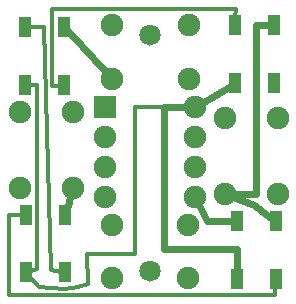
<source format=gtl>
G04 MADE WITH FRITZING*
G04 WWW.FRITZING.ORG*
G04 DOUBLE SIDED*
G04 HOLES PLATED*
G04 CONTOUR ON CENTER OF CONTOUR VECTOR*
%ASAXBY*%
%FSLAX23Y23*%
%MOIN*%
%OFA0B0*%
%SFA1.0B1.0*%
%ADD10C,0.071181*%
%ADD11C,0.075000*%
%ADD12R,0.075000X0.075000*%
%ADD13R,0.040236X0.067069*%
%ADD14R,0.040222X0.067069*%
%ADD15R,0.040236X0.067083*%
%ADD16R,0.040222X0.067056*%
%ADD17C,0.024000*%
%ADD18C,0.012000*%
%LNCOPPER1*%
G90*
G70*
G54D10*
X495Y95D03*
X495Y882D03*
X495Y95D03*
X495Y882D03*
X495Y95D03*
X495Y882D03*
G54D11*
X344Y640D03*
X644Y640D03*
X344Y540D03*
X644Y540D03*
X344Y440D03*
X644Y440D03*
X344Y340D03*
X644Y340D03*
X743Y349D03*
X743Y605D03*
X921Y349D03*
X921Y605D03*
X59Y369D03*
X59Y625D03*
X236Y369D03*
X236Y625D03*
X621Y71D03*
X366Y71D03*
X621Y248D03*
X366Y248D03*
X367Y913D03*
X623Y913D03*
X367Y735D03*
X623Y735D03*
G54D12*
X344Y640D03*
G54D13*
X777Y913D03*
G54D14*
X907Y913D03*
G54D15*
X777Y720D03*
G54D16*
X907Y720D03*
G54D13*
X782Y259D03*
G54D14*
X912Y259D03*
G54D15*
X782Y66D03*
G54D16*
X912Y66D03*
G54D13*
X81Y282D03*
G54D14*
X211Y282D03*
G54D15*
X81Y89D03*
G54D16*
X211Y89D03*
G54D13*
X77Y906D03*
G54D14*
X207Y907D03*
G54D15*
X77Y714D03*
G54D16*
X207Y714D03*
G54D17*
X685Y260D02*
X657Y314D01*
D02*
X768Y259D02*
X685Y260D01*
G54D18*
D02*
X23Y282D02*
X23Y14D01*
D02*
X23Y14D02*
X910Y14D01*
D02*
X910Y14D02*
X911Y38D01*
D02*
X67Y282D02*
X23Y282D01*
D02*
X139Y907D02*
X162Y98D01*
D02*
X92Y907D02*
X139Y907D01*
D02*
X162Y98D02*
X197Y92D01*
D02*
X167Y967D02*
X167Y709D01*
D02*
X167Y709D02*
X192Y712D01*
D02*
X778Y941D02*
X779Y967D01*
D02*
X779Y967D02*
X167Y967D01*
G54D17*
D02*
X228Y341D02*
X219Y310D01*
D02*
X839Y314D02*
X898Y270D01*
D02*
X770Y339D02*
X839Y314D01*
D02*
X347Y756D02*
X222Y891D01*
D02*
X848Y913D02*
X892Y913D01*
D02*
X848Y349D02*
X848Y913D01*
D02*
X772Y349D02*
X848Y349D01*
D02*
X541Y168D02*
X782Y168D01*
D02*
X541Y640D02*
X541Y168D01*
D02*
X615Y640D02*
X541Y640D01*
D02*
X782Y168D02*
X782Y94D01*
D02*
X762Y711D02*
X668Y655D01*
G54D18*
D02*
X118Y100D02*
X96Y93D01*
D02*
X118Y714D02*
X118Y100D01*
D02*
X92Y714D02*
X118Y714D01*
D02*
X442Y640D02*
X621Y640D01*
D02*
X287Y52D02*
X283Y151D01*
D02*
X442Y151D02*
X442Y640D01*
D02*
X254Y41D02*
X287Y52D01*
D02*
X283Y151D02*
X442Y151D01*
D02*
X96Y72D02*
X122Y41D01*
D02*
X210Y35D02*
X254Y41D01*
D02*
X122Y41D02*
X210Y35D01*
G04 End of Copper1*
M02*
</source>
